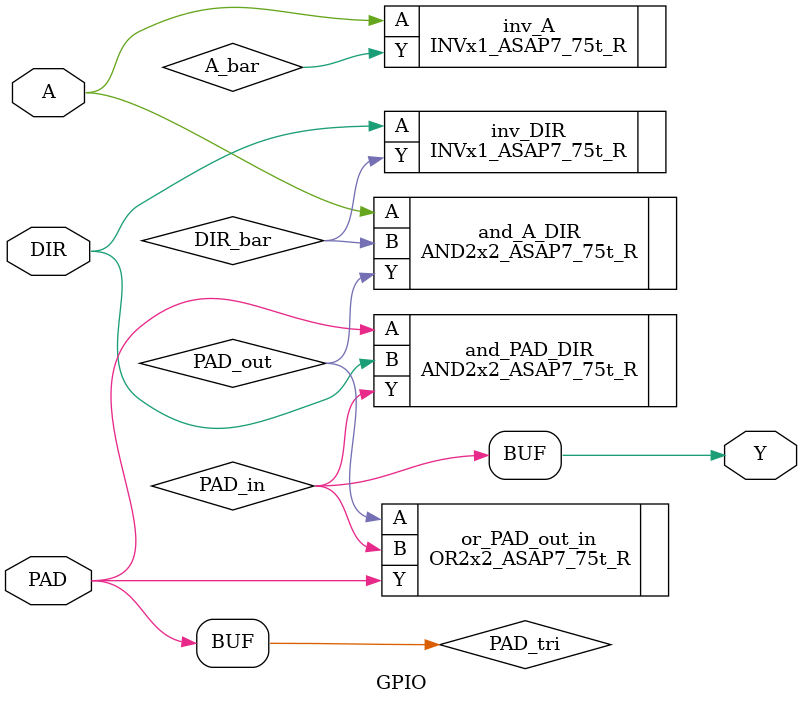
<source format=v>

module GPIO1 (
  input A, // Data output
  output Y, // Data input
  inout PAD, // bi-directional pad
  input DIR // direction control
);
  wire DIR_B;
  //----- when direction enabled, the signal is propagated from PAD to data input
  //assign Y = DIR ? PAD : 1'bz;
  AND2x2_ASAP7_75t_R and_Pad2Data (.Y(Y), .A(PAD), .B(DIR));

  //----- when direction is disabled, the signal is propagated from data out to pad
  //assign PAD = DIR ? 1'bz : A;
  INVx1_ASAP7_75t_R inv_A (.Y(DIR_B), .A(DIR));
  AND2x2_ASAP7_75t_R and_Data2Pad (.Y(PAD), .A(A), .B(DIR_B));

endmodule


module GPIO (
    input A, // Data output
    output Y, // Data input
    inout PAD, // bi-directional pad
    input DIR // direction control
);

    wire DIR_bar;
    wire A_bar;
    wire PAD_in;
    wire PAD_out;
    wire PAD_tri;

    // Invert DIR
    INVx1_ASAP7_75t_R inv_DIR (
        .Y(DIR_bar),
        .A(DIR)
    );

    // Invert A
    INVx1_ASAP7_75t_R inv_A (
        .Y(A_bar),
        .A(A)
    );

    // PAD_out = A AND NOT(DIR)
    AND2x2_ASAP7_75t_R and_A_DIR (
        .Y(PAD_out),
        .A(A),
        .B(DIR_bar)
    );

    // PAD_in = PAD AND DIR
    AND2x2_ASAP7_75t_R and_PAD_DIR (
        .Y(PAD_in),
        .A(PAD),
        .B(DIR)
    );

    // PAD_tri = PAD_out OR PAD_in
    OR2x2_ASAP7_75t_R or_PAD_out_in (
        .Y(PAD_tri),
        .A(PAD_out),
        .B(PAD_in)
    );

    // Assign PAD_tri to PAD
    assign PAD = PAD_tri;

    // Assign PAD_in to Y
    assign Y = PAD_in;

endmodule
</source>
